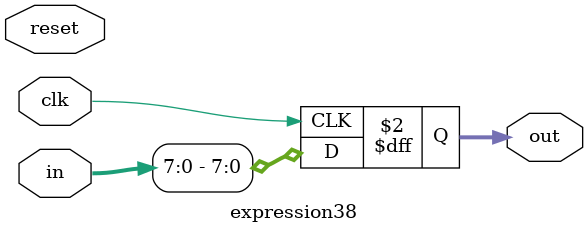
<source format=v>
module expression38
  #(parameter integer WIDTH = 8)
  (input wire             reset,
   input wire             clk,
   input wire [WIDTH:0]   in,
   output reg [WIDTH-1:0] out);

   always @(posedge clk) out <= in[WIDTH-1:0];

endmodule

</source>
